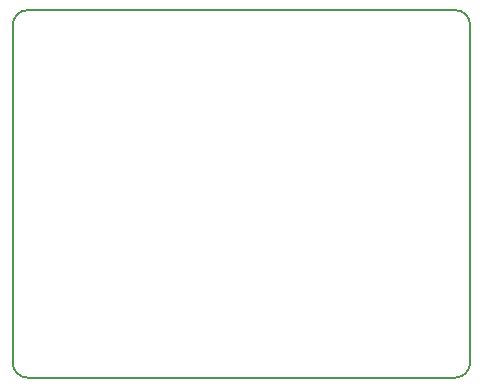
<source format=gbr>
%TF.GenerationSoftware,KiCad,Pcbnew,(6.0.6)*%
%TF.CreationDate,2022-08-06T13:42:41-04:00*%
%TF.ProjectId,Test,54657374-2e6b-4696-9361-645f70636258,rev?*%
%TF.SameCoordinates,Original*%
%TF.FileFunction,Profile,NP*%
%FSLAX46Y46*%
G04 Gerber Fmt 4.6, Leading zero omitted, Abs format (unit mm)*
G04 Created by KiCad (PCBNEW (6.0.6)) date 2022-08-06 13:42:41*
%MOMM*%
%LPD*%
G01*
G04 APERTURE LIST*
%TA.AperFunction,Profile*%
%ADD10C,0.200000*%
%TD*%
G04 APERTURE END LIST*
D10*
X97790000Y-107950000D02*
X97790000Y-79375000D01*
X135255000Y-109220000D02*
X99060000Y-109220000D01*
X136525000Y-79375000D02*
X136525000Y-107950000D01*
X99060000Y-78105000D02*
X135255000Y-78105000D01*
X99060000Y-78105000D02*
G75*
G03*
X97790000Y-79375000I0J-1270000D01*
G01*
X97790000Y-107950000D02*
G75*
G03*
X99060000Y-109220000I1270000J0D01*
G01*
X135255000Y-109220000D02*
G75*
G03*
X136525000Y-107950000I0J1270000D01*
G01*
X136525000Y-79375000D02*
G75*
G03*
X135255000Y-78105000I-1270000J0D01*
G01*
M02*

</source>
